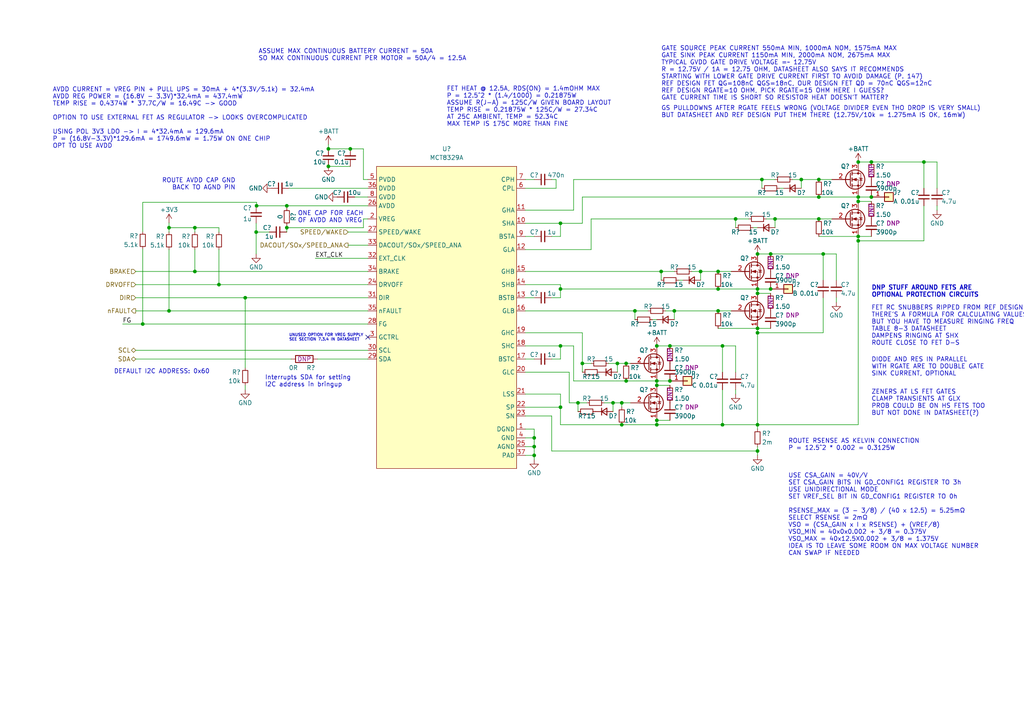
<source format=kicad_sch>
(kicad_sch (version 20230121) (generator eeschema)
  (paper "A4")
  (lib_symbols
    (symbol "Connector_Generic:Conn_01x01" (pin_names (offset 1.016) hide)
      (property "Reference" "J" (at 0 2.54 0))
      (property "Value" "Conn_01x01" (at 0 -2.54 0))
      (symbol "Conn_01x01_1_1"
        (rectangle (start -1.27 0.127) (end 0 -0.127) (stroke (width 0.1524)))
        (rectangle (start -1.27 1.27) (end 1.27 -1.27) (stroke (width 0.254)) (fill (type background)))
        (pin passive line (at -5.08 0 0) (length 3.81) (name "Pin_1") (number "1"))
      )
    )
    (symbol "Device:C_Small" (pin_numbers hide) (pin_names (offset 0.254) hide)
      (property "Reference" "C" (at 0.254 1.778 0))
      (property "Value" "C_Small" (at 0.254 -2.032 0))
      (symbol "C_Small_0_1"
        (polyline (pts (xy -1.524 -0.508) (xy 1.524 -0.508)) (stroke (width 0.3302)))
        (polyline (pts (xy -1.524 0.508) (xy 1.524 0.508)) (stroke (width 0.3048)))
      )
      (symbol "C_Small_1_1"
        (pin passive line (at 0 2.54 270) (length 2.032) (name "~") (number "1"))
        (pin passive line (at 0 -2.54 90) (length 2.032) (name "~") (number "2"))
      )
    )
    (symbol "Device:D_Small" (pin_numbers hide) (pin_names (offset 0.254) hide)
      (property "Reference" "D" (at -1.27 2.032 0))
      (property "Value" "D_Small" (at -3.81 -2.032 0))
      (symbol "D_Small_0_1"
        (polyline (pts (xy -0.762 -1.016) (xy -0.762 1.016)) (stroke (width 0.254)))
        (polyline (pts (xy -0.762 0) (xy 0.762 0)))
        (polyline (pts (xy 0.762 -1.016) (xy -0.762 0) (xy 0.762 1.016) (xy 0.762 -1.016)) (stroke (width 0.254)))
      )
      (symbol "D_Small_1_1"
        (pin passive line (at -2.54 0 0) (length 1.778) (name "K") (number "1"))
        (pin passive line (at 2.54 0 180) (length 1.778) (name "A") (number "2"))
      )
    )
    (symbol "Device:Q_NMOS_SGD" (pin_names (offset 0) hide)
      (property "Reference" "Q" (at 5.08 1.27 0))
      (property "Value" "Q_NMOS_SGD" (at 5.08 -1.27 0))
      (symbol "Q_NMOS_SGD_0_1"
        (polyline (pts (xy 0.254 0) (xy -2.54 0)))
        (polyline (pts (xy 0.254 1.905) (xy 0.254 -1.905)) (stroke (width 0.254)))
        (polyline (pts (xy 0.762 -1.27) (xy 0.762 -2.286)) (stroke (width 0.254)))
        (polyline (pts (xy 0.762 0.508) (xy 0.762 -0.508)) (stroke (width 0.254)))
        (polyline (pts (xy 0.762 2.286) (xy 0.762 1.27)) (stroke (width 0.254)))
        (polyline (pts (xy 2.54 2.54) (xy 2.54 1.778)))
        (polyline (pts (xy 2.54 -2.54) (xy 2.54 0) (xy 0.762 0)))
        (polyline (pts (xy 0.762 -1.778) (xy 3.302 -1.778) (xy 3.302 1.778) (xy 0.762 1.778)))
        (polyline (pts (xy 1.016 0) (xy 2.032 0.381) (xy 2.032 -0.381) (xy 1.016 0)) (fill (type outline)))
        (polyline (pts (xy 2.794 0.508) (xy 2.921 0.381) (xy 3.683 0.381) (xy 3.81 0.254)))
        (polyline (pts (xy 3.302 0.381) (xy 2.921 -0.254) (xy 3.683 -0.254) (xy 3.302 0.381)))
        (circle (center 1.651 0) (radius 2.794) (stroke (width 0.254)))
        (circle (center 2.54 -1.778) (radius 0.254) (fill (type outline)))
        (circle (center 2.54 1.778) (radius 0.254) (fill (type outline)))
      )
      (symbol "Q_NMOS_SGD_1_1"
        (pin passive line (at 2.54 -5.08 90) (length 2.54) (name "S") (number "1"))
        (pin input line (at -5.08 0 0) (length 5.08) (name "G") (number "2"))
        (pin passive line (at 2.54 5.08 270) (length 2.54) (name "D") (number "3"))
      )
    )
    (symbol "Device:R" (pin_numbers hide) (pin_names (offset 0))
      (property "Reference" "R" (at 2.032 0 90))
      (property "Value" "R" (at 0 0 90))
      (symbol "R_0_1"
        (rectangle (start -1.016 -2.54) (end 1.016 2.54) (stroke (width 0.254)))
      )
      (symbol "R_1_1"
        (pin passive line (at 0 3.81 270) (length 1.27) (name "~") (number "1"))
        (pin passive line (at 0 -3.81 90) (length 1.27) (name "~") (number "2"))
      )
    )
    (symbol "Device:R_Small" (pin_numbers hide) (pin_names (offset 0.254) hide)
      (property "Reference" "R" (at 0.762 0.508 0))
      (property "Value" "R_Small" (at 0.762 -1.016 0))
      (symbol "R_Small_0_1"
        (rectangle (start -0.762 1.778) (end 0.762 -1.778) (stroke (width 0.2032)))
      )
      (symbol "R_Small_1_1"
        (pin passive line (at 0 2.54 270) (length 0.762) (name "~") (number "1"))
        (pin passive line (at 0 -2.54 90) (length 0.762) (name "~") (number "2"))
      )
    )
    (symbol "DroneESCLib:MCT8329A"
      (property "Reference" "U" (at 0 49.53 0))
      (property "Value" "MCT8329A" (at 0 46.99 0))
      (symbol "MCT8329A_0_1"
        (rectangle (start -20.32 45.72) (end 20.32 -41.91) (fill (type background)))
      )
      (symbol "MCT8329A_1_1"
        (pin power_in line (at 22.86 -30.48 180) (length 2.54) (name "DGND") (number "1"))
        (pin bidirectional line (at 22.86 29.21 180) (length 2.54) (name "SHA") (number "10"))
        (pin output line (at 22.86 33.02 180) (length 2.54) (name "GHA") (number "11"))
        (pin output line (at 22.86 21.59 180) (length 2.54) (name "GLA") (number "12"))
        (pin output line (at 22.86 7.62 180) (length 2.54) (name "BSTB") (number "13"))
        (pin bidirectional line (at 22.86 11.43 180) (length 2.54) (name "SHB") (number "14"))
        (pin output line (at 22.86 15.24 180) (length 2.54) (name "GHB") (number "15"))
        (pin output line (at 22.86 3.81 180) (length 2.54) (name "GLB") (number "16"))
        (pin output line (at 22.86 -10.16 180) (length 2.54) (name "BSTC") (number "17"))
        (pin bidirectional line (at 22.86 -6.35 180) (length 2.54) (name "SHC") (number "18"))
        (pin output line (at 22.86 -2.54 180) (length 2.54) (name "GHC") (number "19"))
        (pin power_in line (at -22.86 30.48 0) (length 2.54) (name "VREG") (number "2"))
        (pin output line (at 22.86 -13.97 180) (length 2.54) (name "GLC") (number "20"))
        (pin power_in line (at 22.86 -20.32 180) (length 2.54) (name "LSS") (number "21"))
        (pin input line (at 22.86 -24.13 180) (length 2.54) (name "SP") (number "22"))
        (pin input line (at 22.86 -26.67 180) (length 2.54) (name "SN") (number "23"))
        (pin input line (at -22.86 11.43 0) (length 2.54) (name "DRVOFF") (number "24"))
        (pin power_in line (at 22.86 -35.56 180) (length 2.54) (name "AGND") (number "25"))
        (pin power_out line (at -22.86 34.29 0) (length 2.54) (name "AVDD") (number "26"))
        (pin input line (at -22.86 26.67 0) (length 2.54) (name "SPEED/WAKE") (number "27"))
        (pin output line (at -22.86 0 0) (length 2.54) (name "FG") (number "28"))
        (pin bidirectional line (at -22.86 -10.16 0) (length 2.54) (name "SDA") (number "29"))
        (pin output line (at -22.86 -3.81 0) (length 2.54) (name "GCTRL") (number "3"))
        (pin input line (at -22.86 -7.62 0) (length 2.54) (name "SCL") (number "30"))
        (pin input line (at -22.86 7.62 0) (length 2.54) (name "DIR") (number "31"))
        (pin input line (at -22.86 19.05 0) (length 2.54) (name "EXT_CLK") (number "32"))
        (pin bidirectional line (at -22.86 22.86 0) (length 2.54) (name "DACOUT/SOx/SPEED_ANA") (number "33"))
        (pin input line (at -22.86 15.24 0) (length 2.54) (name "BRAKE") (number "34"))
        (pin output line (at -22.86 3.81 0) (length 2.54) (name "nFAULT") (number "35"))
        (pin power_out line (at -22.86 39.37 0) (length 2.54) (name "DVDD") (number "36"))
        (pin power_in line (at 22.86 -38.1 180) (length 2.54) (name "PAD") (number "37"))
        (pin power_in line (at 22.86 -33.02 180) (length 2.54) (name "GND") (number "4"))
        (pin power_in line (at -22.86 41.91 0) (length 2.54) (name "PVDD") (number "5"))
        (pin power_in line (at 22.86 39.37 180) (length 2.54) (name "CPL") (number "6"))
        (pin power_in line (at 22.86 41.91 180) (length 2.54) (name "CPH") (number "7"))
        (pin power_out line (at -22.86 36.83 0) (length 2.54) (name "GVDD") (number "8"))
        (pin output line (at 22.86 25.4 180) (length 2.54) (name "BSTA") (number "9"))
      )
    )
    (symbol "power:+3V3" (power) (pin_names (offset 0))
      (property "Value" "+3V3" (at 0 3.556 0))
      (symbol "+3V3_0_1"
        (polyline (pts (xy -0.762 1.27) (xy 0 2.54)))
        (polyline (pts (xy 0 0) (xy 0 2.54)))
        (polyline (pts (xy 0 2.54) (xy 0.762 1.27)))
      )
      (symbol "+3V3_1_1"
        (pin power_in line (at 0 0 90) (length 0) hide (name "+3V3") (number "1"))
      )
    )
    (symbol "power:+BATT" (power) (pin_names (offset 0))
      (property "Value" "+BATT" (at 0 3.556 0))
      (symbol "+BATT_0_1"
        (polyline (pts (xy -0.762 1.27) (xy 0 2.54)))
        (polyline (pts (xy 0 0) (xy 0 2.54)))
        (polyline (pts (xy 0 2.54) (xy 0.762 1.27)))
      )
      (symbol "+BATT_1_1"
        (pin power_in line (at 0 0 90) (length 0) hide (name "+BATT") (number "1"))
      )
    )
    (symbol "power:GND" (power) (pin_names (offset 0))
      (property "Value" "GND" (at 0 -3.81 0))
      (symbol "GND_0_1"
        (polyline (pts (xy 0 0) (xy 0 -1.27) (xy 1.27 -1.27) (xy 0 -2.54) (xy -1.27 -1.27) (xy 0 -1.27)))
      )
      (symbol "GND_1_1"
        (pin power_in line (at 0 0 270) (length 0) hide (name "GND") (number "1"))
      )
    )
  )
  (junction (at 219.71 85.09))
  (junction (at 56.515 66.04))
  (junction (at 83.185 59.69))
  (junction (at 181.61 105.41))
  (junction (at 41.402 93.98))
  (junction (at 74.422 59.69))
  (junction (at 213.36 63.5))
  (junction (at 162.56 118.11))
  (junction (at 167.64 116.84))
  (junction (at 162.56 83.82))
  (junction (at 219.71 96.52))
  (junction (at 191.77 78.74))
  (junction (at 184.15 90.17))
  (junction (at 252.73 57.15))
  (junction (at 224.79 63.5))
  (junction (at 237.49 63.5))
  (junction (at 248.92 58.42))
  (junction (at 83.185 66.04))
  (junction (at 208.28 78.74))
  (junction (at 248.92 69.85))
  (junction (at 248.92 46.99))
  (junction (at 180.34 116.84))
  (junction (at 56.515 78.74))
  (junction (at 95.25 48.26))
  (junction (at 219.71 73.66))
  (junction (at 179.07 105.41))
  (junction (at 162.56 100.33))
  (junction (at 223.52 83.82))
  (junction (at 248.92 68.58))
  (junction (at 190.5 110.49))
  (junction (at 154.94 127))
  (junction (at 223.52 73.66))
  (junction (at 180.34 123.19))
  (junction (at 252.73 46.99))
  (junction (at 220.98 52.07))
  (junction (at 154.94 129.54))
  (junction (at 71.12 86.36))
  (junction (at 49.022 90.17))
  (junction (at 194.31 100.33))
  (junction (at 195.58 90.17))
  (junction (at 208.28 83.82))
  (junction (at 190.5 111.76))
  (junction (at 209.55 123.19))
  (junction (at 190.5 121.92))
  (junction (at 63.5 82.55))
  (junction (at 162.56 64.77))
  (junction (at 168.91 105.41))
  (junction (at 101.6 43.18))
  (junction (at 74.295 67.31))
  (junction (at 237.49 52.07))
  (junction (at 209.55 100.33))
  (junction (at 194.31 110.49))
  (junction (at 237.49 57.15))
  (junction (at 219.71 95.25))
  (junction (at 95.25 43.18))
  (junction (at 154.94 132.08))
  (junction (at 181.61 110.49))
  (junction (at 267.97 46.99))
  (junction (at 219.71 123.19))
  (junction (at 203.2 78.74))
  (junction (at 219.71 83.82))
  (junction (at 219.71 130.81))
  (junction (at 232.41 52.07))
  (junction (at 177.8 116.84))
  (junction (at 208.28 90.17))
  (junction (at 248.92 57.15))
  (junction (at 190.5 123.19))
  (junction (at 238.76 73.66))
  (junction (at 190.5 100.33))
  (junction (at 49.022 66.04))
  (no_connect (at 106.68 97.79))
  (wire (pts (xy 271.78 54.61) (xy 271.78 46.99)))
  (wire (pts (xy 213.36 113.03) (xy 213.36 114.3)))
  (wire (pts (xy 237.49 63.5) (xy 241.3 63.5)))
  (wire (pts (xy 152.4 120.65) (xy 160.02 120.65)))
  (wire (pts (xy 220.98 52.07) (xy 220.98 54.61)))
  (wire (pts (xy 152.4 64.77) (xy 162.56 64.77)))
  (wire (pts (xy 219.71 95.25) (xy 223.52 95.25)))
  (wire (pts (xy 190.5 100.33) (xy 194.31 100.33)))
  (wire (pts (xy 152.4 100.33) (xy 162.56 100.33)))
  (wire (pts (xy 248.92 58.42) (xy 252.73 58.42)))
  (wire (pts (xy 39.37 104.14) (xy 84.455 104.14)))
  (wire (pts (xy 168.91 105.41) (xy 171.45 105.41)))
  (wire (pts (xy 168.91 107.95) (xy 168.91 105.41)))
  (wire (pts (xy 219.71 83.82) (xy 219.71 85.09)))
  (wire (pts (xy 152.4 54.61) (xy 161.29 54.61)))
  (wire (pts (xy 74.422 59.69) (xy 83.185 59.69)))
  (wire (pts (xy 39.37 86.36) (xy 71.12 86.36)))
  (wire (pts (xy 105.41 52.07) (xy 105.41 43.18)))
  (wire (pts (xy 219.71 83.82) (xy 208.28 83.82)))
  (wire (pts (xy 248.92 57.15) (xy 252.73 57.15)))
  (wire (pts (xy 190.5 110.49) (xy 190.5 111.76)))
  (wire (pts (xy 162.56 82.55) (xy 162.56 83.82)))
  (wire (pts (xy 190.5 111.76) (xy 194.31 111.76)))
  (wire (pts (xy 74.295 67.31) (xy 74.295 73.66)))
  (wire (pts (xy 237.49 52.07) (xy 241.3 52.07)))
  (wire (pts (xy 168.91 96.52) (xy 168.91 105.41)))
  (wire (pts (xy 195.58 90.17) (xy 208.28 90.17)))
  (wire (pts (xy 237.49 57.15) (xy 248.92 57.15)))
  (wire (pts (xy 219.71 130.81) (xy 219.71 129.54)))
  (wire (pts (xy 191.77 78.74) (xy 191.77 81.28)))
  (wire (pts (xy 232.41 52.07) (xy 237.49 52.07)))
  (wire (pts (xy 63.5 82.55) (xy 106.68 82.55)))
  (wire (pts (xy 160.02 130.81) (xy 219.71 130.81)))
  (wire (pts (xy 213.36 107.95) (xy 213.36 100.33)))
  (wire (pts (xy 171.45 72.39) (xy 152.4 72.39)))
  (wire (pts (xy 71.12 86.36) (xy 106.68 86.36)))
  (wire (pts (xy 267.97 54.61) (xy 267.97 46.99)))
  (wire (pts (xy 102.87 57.15) (xy 106.68 57.15)))
  (wire (pts (xy 180.34 116.84) (xy 180.34 118.11)))
  (wire (pts (xy 63.5 66.04) (xy 63.5 67.31)))
  (wire (pts (xy 41.402 58.674) (xy 74.422 58.674)))
  (wire (pts (xy 154.94 129.54) (xy 154.94 132.08)))
  (wire (pts (xy 190.5 110.49) (xy 194.31 110.49)))
  (wire (pts (xy 56.515 72.39) (xy 56.515 78.74)))
  (wire (pts (xy 83.185 66.04) (xy 105.41 66.04)))
  (wire (pts (xy 162.56 64.77) (xy 162.56 68.58)))
  (wire (pts (xy 152.4 114.3) (xy 162.56 114.3)))
  (wire (pts (xy 74.295 64.77) (xy 74.295 67.31)))
  (wire (pts (xy 95.25 43.18) (xy 101.6 43.18)))
  (wire (pts (xy 152.4 82.55) (xy 162.56 82.55)))
  (wire (pts (xy 189.23 92.71) (xy 190.5 92.71)))
  (wire (pts (xy 105.41 43.18) (xy 101.6 43.18)))
  (wire (pts (xy 83.185 67.31) (xy 83.185 66.04)))
  (wire (pts (xy 162.56 114.3) (xy 162.56 118.11)))
  (wire (pts (xy 152.4 52.07) (xy 154.94 52.07)))
  (wire (pts (xy 39.37 101.6) (xy 106.68 101.6)))
  (wire (pts (xy 190.5 121.92) (xy 190.5 123.19)))
  (wire (pts (xy 49.022 90.17) (xy 106.68 90.17)))
  (wire (pts (xy 167.64 116.84) (xy 167.64 119.38)))
  (wire (pts (xy 242.57 73.66) (xy 238.76 73.66)))
  (wire (pts (xy 74.295 67.31) (xy 78.105 67.31)))
  (wire (pts (xy 194.31 100.33) (xy 209.55 100.33)))
  (wire (pts (xy 209.55 123.19) (xy 219.71 123.19)))
  (wire (pts (xy 49.022 66.04) (xy 56.515 66.04)))
  (wire (pts (xy 267.97 59.69) (xy 267.97 69.85)))
  (wire (pts (xy 166.37 52.07) (xy 220.98 52.07)))
  (wire (pts (xy 41.402 93.98) (xy 106.68 93.98)))
  (wire (pts (xy 203.2 78.74) (xy 203.2 81.28)))
  (wire (pts (xy 252.73 46.99) (xy 267.97 46.99)))
  (wire (pts (xy 105.41 63.5) (xy 106.68 63.5)))
  (wire (pts (xy 152.4 132.08) (xy 154.94 132.08)))
  (wire (pts (xy 223.52 73.66) (xy 238.76 73.66)))
  (wire (pts (xy 271.78 46.99) (xy 267.97 46.99)))
  (wire (pts (xy 171.45 72.39) (xy 171.45 63.5)))
  (wire (pts (xy 83.82 54.61) (xy 106.68 54.61)))
  (wire (pts (xy 166.37 100.33) (xy 162.56 100.33)))
  (wire (pts (xy 166.37 52.07) (xy 166.37 60.96)))
  (wire (pts (xy 74.422 58.674) (xy 74.422 59.69)))
  (wire (pts (xy 162.56 86.36) (xy 160.02 86.36)))
  (wire (pts (xy 167.64 116.84) (xy 170.18 116.84)))
  (wire (pts (xy 208.28 78.74) (xy 212.09 78.74)))
  (wire (pts (xy 175.26 116.84) (xy 177.8 116.84)))
  (wire (pts (xy 248.92 68.58) (xy 252.73 68.58)))
  (wire (pts (xy 152.4 127) (xy 154.94 127)))
  (wire (pts (xy 219.71 123.19) (xy 219.71 124.46)))
  (wire (pts (xy 248.92 123.19) (xy 219.71 123.19)))
  (wire (pts (xy 219.71 130.81) (xy 219.71 132.08)))
  (wire (pts (xy 152.4 78.74) (xy 191.77 78.74)))
  (wire (pts (xy 154.94 124.46) (xy 154.94 127)))
  (wire (pts (xy 232.41 52.07) (xy 232.41 54.61)))
  (wire (pts (xy 219.71 85.09) (xy 223.52 85.09)))
  (wire (pts (xy 248.92 46.99) (xy 252.73 46.99)))
  (wire (pts (xy 49.022 64.643) (xy 49.022 66.04)))
  (wire (pts (xy 219.71 96.52) (xy 219.71 95.25)))
  (wire (pts (xy 208.28 83.82) (xy 162.56 83.82)))
  (wire (pts (xy 226.06 54.61) (xy 227.33 54.61)))
  (wire (pts (xy 168.91 64.77) (xy 168.91 57.15)))
  (wire (pts (xy 91.44 74.93) (xy 106.68 74.93)))
  (wire (pts (xy 200.66 78.74) (xy 203.2 78.74)))
  (wire (pts (xy 105.41 66.04) (xy 105.41 63.5)))
  (wire (pts (xy 219.71 83.82) (xy 223.52 83.82)))
  (wire (pts (xy 162.56 83.82) (xy 162.56 86.36)))
  (wire (pts (xy 209.55 100.33) (xy 213.36 100.33)))
  (wire (pts (xy 166.37 60.96) (xy 152.4 60.96)))
  (wire (pts (xy 152.4 68.58) (xy 154.94 68.58)))
  (wire (pts (xy 152.4 86.36) (xy 154.94 86.36)))
  (wire (pts (xy 196.85 81.28) (xy 198.12 81.28)))
  (wire (pts (xy 166.37 110.49) (xy 166.37 100.33)))
  (wire (pts (xy 152.4 129.54) (xy 154.94 129.54)))
  (wire (pts (xy 152.4 124.46) (xy 154.94 124.46)))
  (wire (pts (xy 100.965 67.31) (xy 106.68 67.31)))
  (wire (pts (xy 203.2 78.74) (xy 208.28 78.74)))
  (wire (pts (xy 162.56 123.19) (xy 180.34 123.19)))
  (wire (pts (xy 191.77 78.74) (xy 195.58 78.74)))
  (wire (pts (xy 152.4 96.52) (xy 168.91 96.52)))
  (wire (pts (xy 271.78 59.69) (xy 271.78 60.96)))
  (wire (pts (xy 39.37 78.74) (xy 56.515 78.74)))
  (wire (pts (xy 176.53 105.41) (xy 179.07 105.41)))
  (wire (pts (xy 220.98 52.07) (xy 224.79 52.07)))
  (wire (pts (xy 190.5 121.92) (xy 194.31 121.92)))
  (wire (pts (xy 209.55 113.03) (xy 209.55 123.19)))
  (wire (pts (xy 177.8 116.84) (xy 180.34 116.84)))
  (wire (pts (xy 105.41 52.07) (xy 106.68 52.07)))
  (wire (pts (xy 41.402 67.183) (xy 41.402 58.674)))
  (wire (pts (xy 219.71 96.52) (xy 238.76 96.52)))
  (wire (pts (xy 238.76 81.28) (xy 238.76 73.66)))
  (wire (pts (xy 237.49 68.58) (xy 248.92 68.58)))
  (wire (pts (xy 190.5 110.49) (xy 181.61 110.49)))
  (wire (pts (xy 56.515 66.04) (xy 63.5 66.04)))
  (wire (pts (xy 161.29 54.61) (xy 161.29 52.07)))
  (wire (pts (xy 181.61 105.41) (xy 182.88 105.41)))
  (wire (pts (xy 213.36 63.5) (xy 217.17 63.5)))
  (wire (pts (xy 154.94 132.08) (xy 154.94 133.35)))
  (wire (pts (xy 224.79 63.5) (xy 224.79 66.04)))
  (wire (pts (xy 100.965 71.12) (xy 106.68 71.12)))
  (wire (pts (xy 41.402 72.263) (xy 41.402 93.98)))
  (wire (pts (xy 171.45 63.5) (xy 213.36 63.5)))
  (wire (pts (xy 195.58 90.17) (xy 195.58 92.71)))
  (wire (pts (xy 162.56 118.11) (xy 162.56 123.19)))
  (wire (pts (xy 248.92 69.85) (xy 248.92 123.19)))
  (wire (pts (xy 74.295 59.69) (xy 74.422 59.69)))
  (wire (pts (xy 92.075 104.14) (xy 106.68 104.14)))
  (wire (pts (xy 154.94 127) (xy 154.94 129.54)))
  (wire (pts (xy 218.44 66.04) (xy 219.71 66.04)))
  (wire (pts (xy 71.12 111.76) (xy 71.12 113.03)))
  (wire (pts (xy 242.57 81.28) (xy 242.57 73.66)))
  (wire (pts (xy 152.4 107.95) (xy 165.1 107.95)))
  (wire (pts (xy 209.55 100.33) (xy 209.55 107.95)))
  (wire (pts (xy 56.515 66.04) (xy 56.515 67.31)))
  (wire (pts (xy 208.28 95.25) (xy 219.71 95.25)))
  (wire (pts (xy 180.34 116.84) (xy 182.88 116.84)))
  (wire (pts (xy 63.5 72.39) (xy 63.5 82.55)))
  (wire (pts (xy 165.1 107.95) (xy 165.1 116.84)))
  (wire (pts (xy 165.1 116.84) (xy 167.64 116.84)))
  (wire (pts (xy 83.185 59.69) (xy 106.68 59.69)))
  (wire (pts (xy 160.02 120.65) (xy 160.02 130.81)))
  (wire (pts (xy 49.022 72.39) (xy 49.022 90.17)))
  (wire (pts (xy 248.92 69.85) (xy 267.97 69.85)))
  (wire (pts (xy 248.92 68.58) (xy 248.92 69.85)))
  (wire (pts (xy 35.56 93.98) (xy 41.402 93.98)))
  (wire (pts (xy 213.36 63.5) (xy 213.36 66.04)))
  (wire (pts (xy 166.37 110.49) (xy 181.61 110.49)))
  (wire (pts (xy 95.25 48.26) (xy 101.6 48.26)))
  (wire (pts (xy 71.12 86.36) (xy 71.12 106.68)))
  (wire (pts (xy 168.91 57.15) (xy 237.49 57.15)))
  (wire (pts (xy 152.4 90.17) (xy 184.15 90.17)))
  (wire (pts (xy 248.92 57.15) (xy 248.92 58.42)))
  (wire (pts (xy 39.37 82.55) (xy 63.5 82.55)))
  (wire (pts (xy 49.022 66.04) (xy 49.022 67.31)))
  (wire (pts (xy 180.34 123.19) (xy 190.5 123.19)))
  (wire (pts (xy 162.56 104.14) (xy 160.02 104.14)))
  (wire (pts (xy 219.71 123.19) (xy 219.71 96.52)))
  (wire (pts (xy 193.04 90.17) (xy 195.58 90.17)))
  (wire (pts (xy 222.25 63.5) (xy 224.79 63.5)))
  (wire (pts (xy 39.37 90.17) (xy 49.022 90.17)))
  (wire (pts (xy 219.71 73.66) (xy 223.52 73.66)))
  (wire (pts (xy 242.57 86.36) (xy 242.57 87.63)))
  (wire (pts (xy 95.25 41.91) (xy 95.25 43.18)))
  (wire (pts (xy 83.185 59.69) (xy 83.185 60.325)))
  (wire (pts (xy 162.56 64.77) (xy 168.91 64.77)))
  (wire (pts (xy 184.15 90.17) (xy 187.96 90.17)))
  (wire (pts (xy 208.28 90.17) (xy 212.09 90.17)))
  (wire (pts (xy 177.8 116.84) (xy 177.8 119.38)))
  (wire (pts (xy 224.79 63.5) (xy 237.49 63.5)))
  (wire (pts (xy 162.56 68.58) (xy 160.02 68.58)))
  (wire (pts (xy 238.76 86.36) (xy 238.76 96.52)))
  (wire (pts (xy 229.87 52.07) (xy 232.41 52.07)))
  (wire (pts (xy 152.4 118.11) (xy 162.56 118.11)))
  (wire (pts (xy 56.515 78.74) (xy 106.68 78.74)))
  (wire (pts (xy 190.5 123.19) (xy 209.55 123.19)))
  (wire (pts (xy 184.15 90.17) (xy 184.15 92.71)))
  (wire (pts (xy 152.4 104.14) (xy 154.94 104.14)))
  (wire (pts (xy 161.29 52.07) (xy 160.02 52.07)))
  (wire (pts (xy 83.185 66.04) (xy 83.185 65.405)))
  (wire (pts (xy 179.07 105.41) (xy 179.07 107.95)))
  (wire (pts (xy 179.07 105.41) (xy 181.61 105.41)))
  (wire (pts (xy 162.56 100.33) (xy 162.56 104.14)))
  (text "DIODE AND RES IN PARALLEL\nWITH RGATE ARE TO DOUBLE GATE\nSINK CURRENT, OPTIONAL\n" (at 252.73 109.22 0) (effects (font (size 1.27 1.27)) (justify left bottom)))
  (text "ROUTE AVDD CAP GND\nBACK TO AGND PIN" (at 68.326 55.245 0) (effects (font (size 1.27 1.27)) (justify right bottom)))
  (text "FET HEAT @ 12.5A, RDS(ON) = 1.4mOHM MAX\nP = 12.5^2 * (1.4/1000) = 0.21875W\nASSUME R(J-A) = 125C/W GIVEN BOARD LAYOUT\nTEMP RISE = 0.21875W * 125C/W = 27.34C\nAT 25C AMBIENT, TEMP = 52.34C\nMAX TEMP IS 175C MORE THAN FINE" (at 129.54 36.83 0) (effects (font (size 1.27 1.27)) (justify left bottom)))
  (text "DNP STUFF AROUND FETS ARE \nOPTIONAL PROTECTION CIRCUITS" (at 252.73 86.36 0) (effects (font (size 1.27 1.27) (thickness 0.254) bold) (justify left bottom)))
  (text "Interrupts SDA for setting\nI2C address in bringup" (at 76.835 112.395 0) (effects (font (size 1.27 1.27)) (justify left bottom)))
  (text "ASSUME MAX CONTINUOUS BATTERY CURRENT = 50A\nSO MAX CONTINUOUS CURRENT PER MOTOR = 50A/4 = 12.5A" (at 74.93 17.78 0) (effects (font (size 1.27 1.27)) (justify left bottom)))
  (text "ROUTE RSENSE AS KELVIN CONNECTION\nP = 12.5^2 * 0.002 = 0.3125W" (at 228.6 130.81 0) (effects (font (size 1.27 1.27)) (justify left bottom)))
  (text "FET RC SNUBBERS RIPPED FROM REF DESIGN\nTHERE'S A FORMULA FOR CALCULATING VALUES\nBUT YOU HAVE TO MEASURE RINGING FREQ\nTABLE 8-3 DATASHEET\nDAMPENS RINGING AT SHX\nROUTE CLOSE TO FET D-S" (at 252.73 100.33 0) (effects (font (size 1.27 1.27)) (justify left bottom)))
  (text "USE CSA_GAIN = 40V/V \nSET CSA_GAIN BITS IN GD_CONFIG1 REGISTER TO 3h\nUSE UNIDIRECTIONAL MODE\nSET VREF_SEL BIT IN GD_CONFIG1 REGISTER TO 0h\n\nRSENSE_MAX = (3 - 3/8) / (40 x 12.5) = 5.25mΩ\nSELECT RSENSE = 2mΩ\nVSO = (CSA_GAIN x I x RSENSE) + (VREF/8)\nVSO_MIN = 40x0x0.002 + 3/8 = 0.375V\nVSO_MAX = 40x12.5X0.002 + 3/8 = 1.375V\nIDEA IS TO LEAVE SOME ROOM ON MAX VOLTAGE NUMBER\nCAN SWAP IF NEEDED" (at 228.6 161.29 0) (effects (font (size 1.27 1.27)) (justify left bottom)))
  (text "ONE CAP FOR EACH\nOF AVDD AND VREG\n" (at 86.36 64.77 0) (effects (font (size 1.27 1.27)) (justify left bottom)))
  (text "GATE SOURCE PEAK CURRENT 550mA MIN, 1000mA NOM, 1575mA MAX\nGATE SINK PEAK CURRENT 1150mA MIN, 2000mA NOM, 2675mA MAX\nTYPICAL GVDD GATE DRIVE VOLTAGE =~ 12.75V\nR = 12.75V / 1A = 12.75 OHM, DATASHEET ALSO SAYS IT RECOMMENDS\nSTARTING WITH LOWER GATE DRIVE CURRENT FIRST TO AVOID DAMAGE (P. 147)\nREF DESIGN FET QG=108nC QGS=18nC, OUR DESIGN FET QD = 70nC QGS=12nC\nREF DESIGN RGATE=10 OHM, PICK RGATE=15 OHM HERE I GUESS?\nGATE CURRENT TIME IS SHORT SO RESISTOR HEAT DOESN'T MATTER?" (at 191.77 29.21 0) (effects (font (size 1.27 1.27)) (justify left bottom)))
  (text "GS PULLDOWNS AFTER RGATE FEELS WRONG (VOLTAGE DIVIDER EVEN THO DROP IS VERY SMALL)\nBUT DATASHEET AND REF DESIGN PUT THEM THERE (12.75V/10k = 1.275mA IS OK, 16mW)" (at 191.77 34.29 0) (effects (font (size 1.27 1.27)) (justify left bottom)))
  (text "DEFAULT I2C ADDRESS: 0x60" (at 33.02 108.585 0) (effects (font (size 1.27 1.27)) (justify left bottom)))
  (text "ZENERS AT LS FET GATES\nCLAMP TRANSIENTS AT GLX\nPROB COULD BE ON HS FETS TOO\nBUT NOT DONE IN DATASHEET(?)\n" (at 252.73 120.65 0) (effects (font (size 1.27 1.27)) (justify left bottom)))
  (text "UNUSED OPTION FOR VREG SUPPLY\nSEE SECTION 7.3.4 IN DATASHEET" (at 83.82 99.06 0) (effects (font (size 0.8 0.8)) (justify left bottom)))
  (text "AVDD CURRENT = VREG PIN + PULL UPS = 30mA + 4*(3.3V/5.1k) = 32.4mA\nAVDD REG POWER = (16.8V - 3.3V)*32.4mA = 437.4mW\nTEMP RISE = 0.4374W * 37.7C/W = 16.49C -> GOOD\n\nOPTION TO USE EXTERNAL FET AS REGULATOR -> LOOKS OVERCOMPLICATED\n\nUSING POL 3V3 LDO -> I = 4*32.4mA = 129.6mA\nP = (16.8V-3.3V)*129.6mA = 1749.6mW = 1.75W ON ONE CHIP\nOPT TO USE AVDD" (at 15.24 43.18 0) (effects (font (size 1.27 1.27)) (justify left bottom)))
  (label "FG" (at 35.56 93.98 0))
  (label "EXT_CLK" (at 91.44 74.93 0))
  (hierarchical_label "SDA" (shape bidirectional) (at 39.37 104.14 180))
  (hierarchical_label "BRAKE" (shape input) (at 39.37 78.74 180))
  (hierarchical_label "nFAULT" (shape output) (at 39.37 90.17 180))
  (hierarchical_label "DIR" (shape input) (at 39.37 86.36 180))
  (hierarchical_label "DACOUT{slash}SOx{slash}SPEED_ANA" (shape output) (at 100.965 71.12 180))
  (hierarchical_label "DRVOFF" (shape input) (at 39.37 82.55 180))
  (hierarchical_label "SCL" (shape bidirectional) (at 39.37 101.6 180))
  (hierarchical_label "SPEED{slash}WAKE" (shape input) (at 100.965 67.31 180))
  (symbol (lib_id "Device:C_Small") (at 74.295 62.23 180) (unit 1)
    (property "Reference" "C?" (at 71.755 60.325 0))
    (property "Value" "1u" (at 71.755 63.5 0))
    (property "Footprint" "Capacitor_SMD:C_0201_0603Metric" (effects hide))
    (property "Voltage" "6.3V" (effects hide))
    (property "Temp coef" "X7R" (effects hide))
  )
  (symbol (lib_id "Connector_Generic:Conn_01x01") (at 199.39 110.49 0) (unit 1)
    (property "Reference" "J?" (at 200.66 109.22 0) (effects (justify left)))
    (property "Value" "C" (at 200.66 111.76 0) (effects (justify left)))
    (property "Footprint" "capstone:MotorPad" (effects hide))
  )
  (symbol (lib_id "Device:R_Small") (at 83.185 62.865 0) (unit 1)
    (property "Reference" "R?" (at 85.09 62.865 90))
    (property "Value" "0" (at 81.28 62.865 90))
    (property "Footprint" "Resistor_SMD:R_0402_1005Metric" (effects hide))
  )
  (symbol (lib_id "Device:C_Small") (at 209.55 110.49 0) (mirror x) (unit 1)
    (property "Reference" "C?" (at 208.28 109.22 0) (effects (justify right)))
    (property "Value" "0.01u" (at 208.28 111.76 0) (effects (justify right)))
    (property "Footprint" "Capacitor_SMD:C_0201_0603Metric" (effects hide))
  )
  (symbol (lib_id "power:GND") (at 78.74 54.61 270) (unit 1)
    (property "Reference" "#PWR?" (effects hide))
    (property "Value" "GND" (at 76.2 54.61 90) (effects (justify right)))
  )
  (symbol (lib_id "Device:D_Small") (at 200.66 81.28 0) (unit 1)
    (property "Reference" "D?" (at 203.2 82.55 0))
    (property "Value" "PMEG4030ER,115" (effects hide))
    (property "Footprint" "capstone:SOD123W" (effects hide))
    (property "Datasheet" "https://assets.nexperia.com/documents/data-sheet/PMEG4030ER.pdf" (effects hide))
    (property "LCSC" "C389355" (effects hide))
  )
  (symbol (lib_id "Device:R_Small") (at 172.72 116.84 270) (unit 1)
    (property "Reference" "R?" (at 170.18 115.57 90))
    (property "Value" "15" (at 175.26 115.57 90))
    (property "Footprint" "Resistor_SMD:R_0402_1005Metric" (effects hide))
  )
  (symbol (lib_id "Device:D_Small") (at 222.25 66.04 0) (unit 1)
    (property "Reference" "D?" (at 224.79 67.31 0))
    (property "Value" "PMEG4030ER,115" (effects hide))
    (property "Footprint" "capstone:SOD123W" (effects hide))
    (property "Datasheet" "https://assets.nexperia.com/documents/data-sheet/PMEG4030ER.pdf" (effects hide))
    (property "LCSC" "C389355" (effects hide))
  )
  (symbol (lib_id "Device:R_Small") (at 63.5 69.85 0) (mirror y) (unit 1)
    (property "Reference" "R?" (at 62.23 68.58 0) (effects (justify left)))
    (property "Value" "10k" (at 62.23 71.12 0) (effects (justify left)))
    (property "Footprint" "Resistor_SMD:R_0201_0603Metric" (effects hide))
  )
  (symbol (lib_id "Device:R_Small") (at 252.73 49.53 0) (unit 1)
    (property "Reference" "R?" (at 254 48.26 0) (effects (justify left)))
    (property "Value" "1.50" (at 254 50.7999 0) (effects (justify left)))
    (property "Footprint" "Resistor_SMD:R_0402_1005Metric" (effects hide))
    (property "DNP" "DNP" (at 252.73 49.53 90))
  )
  (symbol (lib_id "Device:C_Small") (at 100.33 57.15 90) (unit 1)
    (property "Reference" "C?" (at 97.79 55.88 90))
    (property "Value" "10u" (at 102.87 55.88 90))
    (property "Footprint" "Capacitor_SMD:C_0805_2012Metric" (effects hide))
    (property "Voltage" "30V" (effects hide))
    (property "Temp coef" "X7R" (effects hide))
  )
  (symbol (lib_id "power:GND") (at 213.36 114.3 0) (unit 1)
    (property "Reference" "#PWR?" (effects hide))
    (property "Value" "GND" (at 213.36 118.11 0))
  )
  (symbol (lib_id "Device:R_Small") (at 181.61 107.95 180) (unit 1)
    (property "Reference" "R?" (at 184.15 106.68 0))
    (property "Value" "10k" (at 184.15 109.22 0))
    (property "Footprint" "Resistor_SMD:R_0201_0603Metric" (effects hide))
  )
  (symbol (lib_id "power:+BATT") (at 248.92 46.99 0) (unit 1)
    (property "Reference" "#PWR?" (effects hide))
    (property "Value" "+BATT" (at 248.92 43.18 0))
  )
  (symbol (lib_id "Device:C_Small") (at 157.48 68.58 90) (unit 1)
    (property "Reference" "C?" (at 154.94 67.31 90))
    (property "Value" "1u" (at 160.02 67.31 90))
    (property "Footprint" "Capacitor_SMD:C_0402_1005Metric" (effects hide))
    (property "Voltage" "25V" (effects hide))
    (property "Temp coef" "X7R" (effects hide))
  )
  (symbol (lib_id "power:+BATT") (at 190.5 100.33 0) (unit 1)
    (property "Reference" "#PWR?" (effects hide))
    (property "Value" "+BATT" (at 190.5 96.52 0))
  )
  (symbol (lib_id "power:GND") (at 154.94 133.35 0) (unit 1)
    (property "Reference" "#PWR?" (effects hide))
    (property "Value" "GND" (at 154.94 137.16 0))
  )
  (symbol (lib_id "Device:R_Small") (at 219.71 127 0) (unit 1)
    (property "Reference" "R?" (at 220.98 125.73 0) (effects (justify left)))
    (property "Value" "2m" (at 220.98 128.27 0) (effects (justify left)))
    (property "Footprint" "capstone:PA2512FKF7T0R002E" (effects hide))
  )
  (symbol (lib_id "Device:R_Small") (at 171.45 107.95 270) (unit 1)
    (property "Reference" "R?" (at 170.18 109.22 90))
    (property "Value" "15" (at 172.72 109.22 90))
    (property "Footprint" "Resistor_SMD:R_0402_1005Metric" (effects hide))
  )
  (symbol (lib_id "Device:C_Small") (at 223.52 92.71 0) (unit 1)
    (property "Reference" "C?" (at 224.79 91.44 0) (effects (justify left)))
    (property "Value" "3900p" (at 224.79 93.98 0) (effects (justify left)))
    (property "Footprint" "Capacitor_SMD:C_0402_1005Metric" (effects hide))
    (property "DNP" "DNP" (at 229.87 91.44 0))
  )
  (symbol (lib_id "Device:R_Small") (at 237.49 66.04 180) (unit 1)
    (property "Reference" "R?" (at 240.03 64.77 0))
    (property "Value" "10k" (at 240.03 67.31 0))
    (property "Footprint" "Resistor_SMD:R_0201_0603Metric" (effects hide))
  )
  (symbol (lib_id "Device:C_Small") (at 157.48 104.14 90) (unit 1)
    (property "Reference" "C?" (at 154.94 102.87 90))
    (property "Value" "1u" (at 160.02 102.87 90))
    (property "Footprint" "Capacitor_SMD:C_0402_1005Metric" (effects hide))
    (property "Voltage" "25V" (effects hide))
    (property "Temp coef" "X7R" (effects hide))
  )
  (symbol (lib_id "Device:R_Small") (at 194.31 114.3 0) (unit 1)
    (property "Reference" "R?" (at 195.58 113.03 0) (effects (justify left)))
    (property "Value" "1.50" (at 195.58 115.5699 0) (effects (justify left)))
    (property "Footprint" "Resistor_SMD:R_0402_1005Metric" (effects hide))
    (property "DNP" "DNP" (at 194.31 114.3 90))
  )
  (symbol (lib_id "Device:R_Small") (at 190.5 90.17 270) (unit 1)
    (property "Reference" "R?" (at 187.96 88.9 90))
    (property "Value" "15" (at 193.04 88.9 90))
    (property "Footprint" "Resistor_SMD:R_0402_1005Metric" (effects hide))
  )
  (symbol (lib_id "Device:R_Small") (at 56.515 69.85 0) (mirror y) (unit 1)
    (property "Reference" "R?" (at 55.245 68.58 0) (effects (justify left)))
    (property "Value" "10k" (at 55.245 71.12 0) (effects (justify left)))
    (property "Footprint" "Resistor_SMD:R_0201_0603Metric" (effects hide))
  )
  (symbol (lib_id "Device:C_Small") (at 101.6 45.72 180) (unit 1)
    (property "Reference" "C?" (at 99.06 44.45 0))
    (property "Value" "0.1u" (at 99.06 46.99 0))
    (property "Footprint" "Capacitor_SMD:C_0201_0603Metric" (effects hide))
    (property "Voltage" "2*PVDD" (effects hide))
    (property "Temp coef" "X7R" (effects hide))
  )
  (symbol (lib_id "Device:R_Small") (at 194.31 81.28 270) (unit 1)
    (property "Reference" "R?" (at 191.77 82.55 90))
    (property "Value" "15" (at 196.85 82.55 90))
    (property "Footprint" "Resistor_SMD:R_0402_1005Metric" (effects hide))
  )
  (symbol (lib_id "power:GND") (at 242.57 87.63 0) (unit 1)
    (property "Reference" "#PWR?" (effects hide))
    (property "Value" "GND" (at 242.57 91.44 0))
  )
  (symbol (lib_id "Device:Q_NMOS_SGD") (at 217.17 90.17 0) (unit 1)
    (property "Reference" "Q?" (at 214.63 86.36 0) (effects (justify left)))
    (property "Value" "NTMFS5C426NT1G" (effects hide))
    (property "Footprint" "capstone:NTMFS5C426NT1G" (effects hide))
    (property "Datasheet" "https://www.onsemi.com/pdf/datasheet/ntmfs5c426n-d.pdf" (effects hide))
    (property "OldFET" "https://www.onsemi.com/pdf/datasheet/ntmfs5c430nl-d.pdf" (effects hide))
  )
  (symbol (lib_id "Device:R_Small") (at 49.022 69.85 0) (mirror y) (unit 1)
    (property "Reference" "R?" (at 47.752 68.58 0) (effects (justify left)))
    (property "Value" "5.1k" (at 47.752 71.12 0) (effects (justify left)))
    (property "Footprint" "Resistor_SMD:R_0201_0603Metric" (effects hide))
  )
  (symbol (lib_id "Device:C_Small") (at 157.48 86.36 90) (unit 1)
    (property "Reference" "C?" (at 154.94 85.09 90))
    (property "Value" "1u" (at 160.02 85.09 90))
    (property "Footprint" "Capacitor_SMD:C_0402_1005Metric" (effects hide))
    (property "Voltage" "25V" (effects hide))
    (property "Temp coef" "X7R" (effects hide))
  )
  (symbol (lib_id "Device:C_Small") (at 80.645 67.31 270) (mirror x) (unit 1)
    (property "Reference" "C?" (at 77.47 66.04 90))
    (property "Value" "1u" (at 78.105 68.58 90))
    (property "Footprint" "Capacitor_SMD:C_0201_0603Metric" (effects hide))
    (property "Voltage" "6.3V" (effects hide))
    (property "Temp coef" "X7R" (effects hide))
  )
  (symbol (lib_id "Connector_Generic:Conn_01x01") (at 257.81 57.15 0) (unit 1)
    (property "Reference" "J?" (at 259.08 55.88 0) (effects (justify left)))
    (property "Value" "A" (at 259.08 58.42 0) (effects (justify left)))
    (property "Footprint" "capstone:MotorPad" (effects hide))
  )
  (symbol (lib_id "Device:C_Small") (at 252.73 54.61 0) (unit 1)
    (property "Reference" "C?" (at 254 53.34 0) (effects (justify left)))
    (property "Value" "3900p" (at 254 54.61 0) (effects (justify left)))
    (property "Footprint" "Capacitor_SMD:C_0402_1005Metric" (effects hide))
    (property "DNP" "DNP" (at 259.08 53.34 0))
  )
  (symbol (lib_id "Device:R_Small") (at 170.18 119.38 270) (unit 1)
    (property "Reference" "R?" (at 168.91 120.65 90))
    (property "Value" "15" (at 171.45 120.65 90))
    (property "Footprint" "Resistor_SMD:R_0402_1005Metric" (effects hide))
  )
  (symbol (lib_id "Connector_Generic:Conn_01x01") (at 228.6 83.82 0) (unit 1)
    (property "Reference" "J?" (at 229.87 82.55 0) (effects (justify left)))
    (property "Value" "B" (at 229.87 85.09 0) (effects (justify left)))
    (property "Footprint" "capstone:MotorPad" (effects hide))
  )
  (symbol (lib_id "Device:R_Small") (at 41.402 69.723 0) (mirror y) (unit 1)
    (property "Reference" "R?" (at 40.132 68.453 0) (effects (justify left)))
    (property "Value" "5.1k" (at 40.132 70.993 0) (effects (justify left)))
    (property "Footprint" "Resistor_SMD:R_0201_0603Metric" (effects hide))
  )
  (symbol (lib_id "Device:Q_NMOS_SGD") (at 217.17 78.74 0) (unit 1)
    (property "Reference" "Q?" (at 214.63 74.93 0) (effects (justify left)))
    (property "Value" "NTMFS5C426NT1G" (effects hide))
    (property "Footprint" "capstone:NTMFS5C426NT1G" (effects hide))
    (property "Datasheet" "https://www.onsemi.com/pdf/datasheet/ntmfs5c426n-d.pdf" (effects hide))
    (property "OldFET" "https://www.onsemi.com/pdf/datasheet/ntmfs5c430nl-d.pdf" (effects hide))
  )
  (symbol (lib_id "Device:C_Small") (at 194.31 107.95 0) (unit 1)
    (property "Reference" "C?" (at 195.58 106.68 0) (effects (justify left)))
    (property "Value" "3900p" (at 195.58 107.95 0) (effects (justify left)))
    (property "Footprint" "Capacitor_SMD:C_0402_1005Metric" (effects hide))
    (property "DNP" "DNP" (at 200.66 106.68 0))
  )
  (symbol (lib_id "Device:R_Small") (at 223.52 87.63 0) (unit 1)
    (property "Reference" "R?" (at 224.79 86.36 0) (effects (justify left)))
    (property "Value" "1.50" (at 224.79 88.8999 0) (effects (justify left)))
    (property "Footprint" "Resistor_SMD:R_0402_1005Metric" (effects hide))
    (property "DNP" "DNP" (at 223.52 87.63 90))
  )
  (symbol (lib_id "Device:C_Small") (at 267.97 57.15 0) (mirror x) (unit 1)
    (property "Reference" "C?" (at 266.7 55.88 0) (effects (justify right)))
    (property "Value" "0.01u" (at 266.7 58.42 0) (effects (justify right)))
    (property "Footprint" "Capacitor_SMD:C_0201_0603Metric" (effects hide))
  )
  (symbol (lib_id "Device:R_Small") (at 186.69 92.71 270) (unit 1)
    (property "Reference" "R?" (at 184.15 93.98 90))
    (property "Value" "15" (at 189.23 93.98 90))
    (property "Footprint" "Resistor_SMD:R_0402_1005Metric" (effects hide))
  )
  (symbol (lib_id "Device:R_Small") (at 219.71 63.5 270) (unit 1)
    (property "Reference" "R?" (at 217.17 62.23 90))
    (property "Value" "15" (at 222.25 62.23 90))
    (property "Footprint" "Resistor_SMD:R_0402_1005Metric" (effects hide))
  )
  (symbol (lib_id "power:+BATT") (at 95.25 41.91 0) (unit 1)
    (property "Reference" "#PWR?" (effects hide))
    (property "Value" "+BATT" (at 95.25 38.1 0))
  )
  (symbol (lib_id "Device:C_Small") (at 95.25 45.72 180) (unit 1)
    (property "Reference" "C?" (at 92.71 44.45 0))
    (property "Value" "10u" (at 92.71 46.99 0))
    (property "Footprint" "Capacitor_SMD:C_0805_2012Metric" (effects hide))
    (property "Voltage" "2*PVDD" (effects hide))
    (property "Temp coef" "X7R" (effects hide))
  )
  (symbol (lib_id "power:GND") (at 97.79 57.15 270) (unit 1)
    (property "Reference" "#PWR?" (effects hide))
    (property "Value" "GND" (at 95.25 57.15 90) (effects (justify right)))
  )
  (symbol (lib_id "Device:R_Small") (at 223.52 76.2 0) (unit 1)
    (property "Reference" "R?" (at 224.79 74.93 0) (effects (justify left)))
    (property "Value" "1.50" (at 224.79 77.4699 0) (effects (justify left)))
    (property "Footprint" "Resistor_SMD:R_0402_1005Metric" (effects hide))
    (property "DNP" "DNP" (at 223.52 76.2 90))
  )
  (symbol (lib_id "Device:D_Small") (at 176.53 107.95 0) (unit 1)
    (property "Reference" "D?" (at 179.07 109.22 0))
    (property "Value" "PMEG4030ER,115" (effects hide))
    (property "Footprint" "capstone:SOD123W" (effects hide))
    (property "Datasheet" "https://assets.nexperia.com/documents/data-sheet/PMEG4030ER.pdf" (effects hide))
    (property "LCSC" "C389355" (effects hide))
  )
  (symbol (lib_id "DroneESCLib:MCT8329A") (at 129.54 93.98 0) (unit 1)
    (property "Reference" "U?" (at 129.54 43.18 0))
    (property "Value" "MCT8329A" (at 129.54 45.72 0))
    (property "Footprint" "capstone:MCT8329A" (effects hide))
    (property "Datasheet" "https://www.ti.com/lit/ds/symlink/mct8329a.pdf?ts=1684846893728&ref_url=https%253A%252F%252Fwww.ti.com%252Fproduct%252FMCT8329A" (effects hide))
  )
  (symbol (lib_id "Device:C_Small") (at 157.48 52.07 90) (unit 1)
    (property "Reference" "C?" (at 154.94 50.8 90))
    (property "Value" "470n" (at 161.29 50.8 90))
    (property "Footprint" "Capacitor_SMD:C_0402_1005Metric" (effects hide))
    (property "Voltage" "2PVDD" (effects hide))
    (property "Temp coef" "X7R" (effects hide))
  )
  (symbol (lib_id "Device:C_Small") (at 252.73 66.04 0) (unit 1)
    (property "Reference" "C?" (at 254 64.77 0) (effects (justify left)))
    (property "Value" "3900p" (at 254 67.31 0) (effects (justify left)))
    (property "Footprint" "Capacitor_SMD:C_0402_1005Metric" (effects hide))
    (property "DNP" "DNP" (at 259.08 64.77 0))
  )
  (symbol (lib_id "Device:D_Small") (at 193.04 92.71 0) (unit 1)
    (property "Reference" "D?" (at 195.58 93.98 0))
    (property "Value" "PMEG4030ER,115" (effects hide))
    (property "Footprint" "capstone:SOD123W" (effects hide))
    (property "Datasheet" "https://assets.nexperia.com/documents/data-sheet/PMEG4030ER.pdf" (effects hide))
    (property "LCSC" "C389355" (effects hide))
  )
  (symbol (lib_id "Device:R_Small") (at 198.12 78.74 270) (unit 1)
    (property "Reference" "R?" (at 195.58 77.47 90))
    (property "Value" "15" (at 200.66 77.47 90))
    (property "Footprint" "Resistor_SMD:R_0402_1005Metric" (effects hide))
  )
  (symbol (lib_id "Device:R_Small") (at 215.9 66.04 270) (unit 1)
    (property "Reference" "R?" (at 213.36 67.31 90))
    (property "Value" "15" (at 218.44 67.31 90))
    (property "Footprint" "Resistor_SMD:R_0402_1005Metric" (effects hide))
  )
  (symbol (lib_id "power:+3V3") (at 49.022 64.643 0) (mirror y) (unit 1)
    (property "Reference" "#PWR?" (effects hide))
    (property "Value" "+3V3" (at 49.022 60.833 0))
  )
  (symbol (lib_id "Device:R_Small") (at 180.34 120.65 180) (unit 1)
    (property "Reference" "R?" (at 182.88 119.38 0))
    (property "Value" "10k" (at 182.88 121.92 0))
    (property "Footprint" "Resistor_SMD:R_0201_0603Metric" (effects hide))
  )
  (symbol (lib_id "Device:Q_NMOS_SGD") (at 187.96 105.41 0) (unit 1)
    (property "Reference" "Q?" (at 185.42 101.6 0) (effects (justify left)))
    (property "Value" "NTMFS5C426NT1G" (effects hide))
    (property "Footprint" "capstone:NTMFS5C426NT1G" (effects hide))
    (property "Datasheet" "https://www.onsemi.com/pdf/datasheet/ntmfs5c426n-d.pdf" (effects hide))
    (property "OldFET" "https://www.onsemi.com/pdf/datasheet/ntmfs5c430nl-d.pdf" (effects hide))
  )
  (symbol (lib_id "Device:R_Small") (at 227.33 52.07 270) (unit 1)
    (property "Reference" "R?" (at 224.79 50.8 90))
    (property "Value" "15" (at 229.87 50.8 90))
    (property "Footprint" "Resistor_SMD:R_0402_1005Metric" (effects hide))
  )
  (symbol (lib_id "Device:Q_NMOS_SGD") (at 246.38 63.5 0) (unit 1)
    (property "Reference" "Q?" (at 243.84 59.69 0) (effects (justify left)))
    (property "Value" "NTMFS5C426NT1G" (effects hide))
    (property "Footprint" "capstone:NTMFS5C426NT1G" (effects hide))
    (property "Datasheet" "https://www.onsemi.com/pdf/datasheet/ntmfs5c426n-d.pdf" (effects hide))
    (property "OldFET" "https://www.onsemi.com/pdf/datasheet/ntmfs5c430nl-d.pdf" (effects hide))
  )
  (symbol (lib_id "Device:R_Small") (at 208.28 81.28 180) (unit 1)
    (property "Reference" "R?" (at 210.82 80.01 0))
    (property "Value" "10k" (at 210.82 82.55 0))
    (property "Footprint" "Resistor_SMD:R_0201_0603Metric" (effects hide))
  )
  (symbol (lib_id "Device:C_Small") (at 213.36 110.49 180) (unit 1)
    (property "Reference" "C?" (at 214.63 109.22 0) (effects (justify right)))
    (property "Value" "4.7u" (at 214.63 111.76 0) (effects (justify right)))
    (property "Footprint" "Capacitor_SMD:C_0805_2012Metric" (effects hide))
  )
  (symbol (lib_id "power:GND") (at 74.295 73.66 0) (unit 1)
    (property "Reference" "#PWR?" (effects hide))
    (property "Value" "GND" (at 74.295 77.47 0))
  )
  (symbol (lib_id "Device:R_Small") (at 252.73 60.96 0) (unit 1)
    (property "Reference" "R?" (at 254 59.69 0) (effects (justify left)))
    (property "Value" "1.50" (at 254 62.2299 0) (effects (justify left)))
    (property "Footprint" "Resistor_SMD:R_0402_1005Metric" (effects hide))
    (property "DNP" "DNP" (at 252.73 60.96 90))
  )
  (symbol (lib_id "Device:R_Small") (at 237.49 54.61 180) (unit 1)
    (property "Reference" "R?" (at 240.03 53.34 0))
    (property "Value" "10k" (at 240.03 55.88 0))
    (property "Footprint" "Resistor_SMD:R_0201_0603Metric" (effects hide))
  )
  (symbol (lib_id "Device:R") (at 88.265 104.14 90) (unit 1)
    (property "Reference" "R?" (at 90.17 106.68 90))
    (property "Value" "0R" (at 85.09 106.68 90))
    (property "Footprint" "Resistor_SMD:R_0603_1608Metric" (effects hide))
    (property "DNP" "DNP" (at 88.265 104.14 90))
  )
  (symbol (lib_id "power:GND") (at 95.25 48.26 0) (unit 1)
    (property "Reference" "#PWR?" (effects hide))
    (property "Value" "GND" (at 95.25 52.07 0))
  )
  (symbol (lib_id "Device:R_Small") (at 194.31 102.87 0) (unit 1)
    (property "Reference" "R?" (at 195.58 101.6 0) (effects (justify left)))
    (property "Value" "1.50" (at 195.58 104.1399 0) (effects (justify left)))
    (property "Footprint" "Resistor_SMD:R_0402_1005Metric" (effects hide))
    (property "DNP" "DNP" (at 194.31 102.87 90))
  )
  (symbol (lib_id "Device:R_Small") (at 223.52 54.61 270) (unit 1)
    (property "Reference" "R?" (at 220.98 55.88 90))
    (property "Value" "15" (at 226.06 55.88 90))
    (property "Footprint" "Resistor_SMD:R_0402_1005Metric" (effects hide))
  )
  (symbol (lib_id "Device:Q_NMOS_SGD") (at 246.38 52.07 0) (unit 1)
    (property "Reference" "Q?" (at 243.84 48.26 0) (effects (justify left)))
    (property "Value" "NTMFS5C426NT1G" (effects hide))
    (property "Footprint" "capstone:NTMFS5C426NT1G" (effects hide))
    (property "Datasheet" "https://www.onsemi.com/pdf/datasheet/ntmfs5c426n-d.pdf" (effects hide))
    (property "OldFET" "https://www.onsemi.com/pdf/datasheet/ntmfs5c430nl-d.pdf" (effects hide))
  )
  (symbol (lib_id "Device:C_Small") (at 81.28 54.61 90) (unit 1)
    (property "Reference" "C?" (at 78.74 53.34 90))
    (property "Value" "1u" (at 83.82 53.34 90))
    (property "Footprint" "Capacitor_SMD:C_0201_0603Metric" (effects hide))
    (property "Voltage" "6.3V" (effects hide))
    (property "Temp coef" "X7R" (effects hide))
  )
  (symbol (lib_id "Device:Q_NMOS_SGD") (at 187.96 116.84 0) (unit 1)
    (property "Reference" "Q?" (at 185.42 113.03 0) (effects (justify left)))
    (property "Value" "NTMFS5C426NT1G" (effects hide))
    (property "Footprint" "capstone:NTMFS5C426NT1G" (effects hide))
    (property "Datasheet" "https://www.onsemi.com/pdf/datasheet/ntmfs5c426n-d.pdf" (effects hide))
    (property "OldFET" "https://www.onsemi.com/pdf/datasheet/ntmfs5c430nl-d.pdf" (effects hide))
  )
  (symbol (lib_id "power:GND") (at 271.78 60.96 0) (unit 1)
    (property "Reference" "#PWR?" (effects hide))
    (property "Value" "GND" (at 271.78 64.77 0))
  )
  (symbol (lib_id "Device:C_Small") (at 238.76 83.82 0) (mirror x) (unit 1)
    (property "Reference" "C?" (at 237.49 82.55 0) (effects (justify right)))
    (property "Value" "0.01u" (at 237.49 85.09 0) (effects (justify right)))
    (property "Footprint" "Capacitor_SMD:C_0201_0603Metric" (effects hide))
  )
  (symbol (lib_id "Device:C_Small") (at 223.52 81.28 0) (unit 1)
    (property "Reference" "C?" (at 224.79 80.01 0) (effects (justify left)))
    (property "Value" "3900p" (at 224.79 81.28 0) (effects (justify left)))
    (property "Footprint" "Capacitor_SMD:C_0402_1005Metric" (effects hide))
    (property "DNP" "DNP" (at 229.87 80.01 0))
  )
  (symbol (lib_id "Device:C_Small") (at 242.57 83.82 180) (unit 1)
    (property "Reference" "C?" (at 243.84 82.55 0) (effects (justify right)))
    (property "Value" "4.7u" (at 243.84 85.09 0) (effects (justify right)))
    (property "Footprint" "Capacitor_SMD:C_0805_2012Metric" (effects hide))
  )
  (symbol (lib_id "Device:R_Small") (at 71.12 109.22 0) (mirror y) (unit 1)
    (property "Reference" "R?" (at 69.85 107.95 0) (effects (justify left)))
    (property "Value" "10k" (at 69.85 110.49 0) (effects (justify left)))
    (property "Footprint" "Resistor_SMD:R_0201_0603Metric" (effects hide))
  )
  (symbol (lib_id "Device:R_Small") (at 208.28 92.71 180) (unit 1)
    (property "Reference" "R?" (at 210.82 91.44 0))
    (property "Value" "10k" (at 210.82 93.98 0))
    (property "Footprint" "Resistor_SMD:R_0201_0603Metric" (effects hide))
  )
  (symbol (lib_id "power:GND") (at 71.12 113.03 0) (unit 1)
    (property "Reference" "#PWR?" (effects hide))
    (property "Value" "GND" (at 71.12 116.84 0))
  )
  (symbol (lib_id "Device:C_Small") (at 194.31 119.38 0) (unit 1)
    (property "Reference" "C?" (at 195.58 118.11 0) (effects (justify left)))
    (property "Value" "3900p" (at 195.58 120.65 0) (effects (justify left)))
    (property "Footprint" "Capacitor_SMD:C_0402_1005Metric" (effects hide))
    (property "DNP" "DNP" (at 200.66 118.11 0))
  )
  (symbol (lib_id "Device:R_Small") (at 173.99 105.41 270) (unit 1)
    (property "Reference" "R?" (at 171.45 104.14 90))
    (property "Value" "15" (at 176.53 104.14 90))
    (property "Footprint" "Resistor_SMD:R_0402_1005Metric" (effects hide))
  )
  (symbol (lib_id "Device:D_Small") (at 229.87 54.61 0) (unit 1)
    (property "Reference" "D?" (at 232.41 55.88 0))
    (property "Value" "PMEG4030ER,115" (effects hide))
    (property "Footprint" "capstone:SOD123W" (effects hide))
    (property "Datasheet" "https://assets.nexperia.com/documents/data-sheet/PMEG4030ER.pdf" (effects hide))
    (property "LCSC" "C389355" (effects hide))
  )
  (symbol (lib_id "Device:C_Small") (at 271.78 57.15 180) (unit 1)
    (property "Reference" "C?" (at 273.05 55.88 0) (effects (justify right)))
    (property "Value" "4.7u" (at 273.05 58.42 0) (effects (justify right)))
    (property "Footprint" "Capacitor_SMD:C_0805_2012Metric" (effects hide))
  )
  (symbol (lib_id "power:+BATT") (at 219.71 73.66 0) (unit 1)
    (property "Reference" "#PWR?" (effects hide))
    (property "Value" "+BATT" (at 219.71 69.85 0))
  )
  (symbol (lib_id "Device:D_Small") (at 175.26 119.38 0) (unit 1)
    (property "Reference" "D?" (at 177.8 120.65 0))
    (property "Value" "PMEG4030ER,115" (effects hide))
    (property "Footprint" "capstone:SOD123W" (effects hide))
    (property "Datasheet" "https://assets.nexperia.com/documents/data-sheet/PMEG4030ER.pdf" (effects hide))
    (property "LCSC" "C389355" (effects hide))
  )
  (symbol (lib_id "power:GND") (at 219.71 132.08 0) (unit 1)
    (property "Reference" "#PWR?" (effects hide))
    (property "Value" "GND" (at 219.71 135.89 0))
  )
)
</source>
